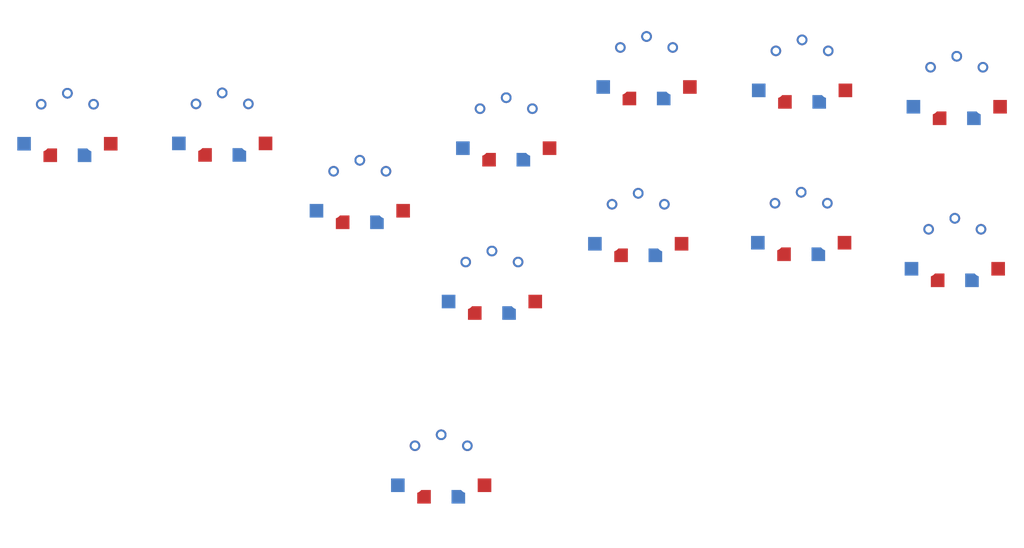
<source format=kicad_pcb>
(kicad_pcb (version 20211014) (generator pcbnew)
  (layers (0 "F.Cu" signal) (31 "B.Cu" signal) (34 "B.Paste" user) (35 "F.Paste" user) (36 "B.SilkS" user "B.Silkscreen") (37 "F.SilkS" user "F.Silkscreen") (38 "B.Mask" user) (39 "F.Mask" user) (44 "Edge.Cuts" user))
  (net 0 "")
  (footprint "PG1350" (layer "F.Cu") (at 75.09 70.176051)
    (fp_text reference "S33" hide)
    (fp_text value "" hide)
    (pad "" np_thru_hole circle (at 5.5 0 30) (size 1.7018 1.7018) (drill 1.7018) (layers *.Cu *.Mask))
    (pad "" np_thru_hole circle (at -5.5 0 30) (size 1.7018 1.7018) (drill 1.7018) (layers *.Cu *.Mask))
    (pad "" np_thru_hole circle (at 0 0 30) (size 3.429 3.429) (drill 3.429) (layers *.Cu *.Mask))
    (pad "1" thru_hole circle (at -5 -3.8 30) (size 2.032 2.032) (drill 1.27) (layers *.Cu *.Mask))
    (pad "1" thru_hole circle (at 5 -3.8 30) (size 2.032 2.032) (drill 1.27) (layers *.Cu *.Mask))
    (pad "2" thru_hole circle (at 0 -5.9 30) (size 2.032 2.032) (drill 1.27) (layers *.Cu *.Mask))
    (pad "2" thru_hole circle (at 0 -5.9 30) (size 2.032 2.032) (drill 1.27) (layers *.Cu *.Mask))
  )
  (footprint "PG1350" (layer "F.Cu") (at 215.37 63.17 180)
    (fp_text reference "S34" hide)
    (fp_text value "" hide)
    (pad "" np_thru_hole circle (at -5 -3.75 30) (size 3 3) (drill 3) (layers *.Cu *.Mask))
    (pad "" np_thru_hole circle (at 0 -5.95 30) (size 3 3) (drill 3) (layers *.Cu *.Mask))
    (pad "" np_thru_hole circle (at 5.5 0 30) (size 1.7018 1.7018) (drill 1.7018) (layers *.Cu *.Mask))
    (pad "" np_thru_hole circle (at 0 -5.95 30) (size 3 3) (drill 3) (layers *.Cu *.Mask))
    (pad "" np_thru_hole circle (at 5 -3.75 30) (size 3 3) (drill 3) (layers *.Cu *.Mask))
    (pad "" np_thru_hole circle (at -5.5 0 30) (size 1.7018 1.7018) (drill 1.7018) (layers *.Cu *.Mask))
    (pad "" np_thru_hole circle (at 0 0 30) (size 3.429 3.429) (drill 3.429) (layers *.Cu *.Mask))
    (pad "1" smd rect (at -3.275 -5.95 180) (size 2.6 2.6) (layers "B.Cu" "B.Paste" "B.Mask"))
    (pad "1" smd rect (at 3.275 -5.95 180) (size 2.6 2.6) (layers "F.Cu" "F.Paste" "F.Mask"))
    (pad "2" smd rect (at 8.275 -3.75 180) (size 2.6 2.6) (layers "B.Cu" "B.Paste" "B.Mask"))
    (pad "2" smd rect (at -8.275 -3.75 180) (size 2.6 2.6) (layers "F.Cu" "F.Paste" "F.Mask"))
  )
  (footprint "PG1350" (layer "F.Cu") (at 156.13 59.39 180)
    (fp_text reference "S34" hide)
    (fp_text value "" hide)
    (pad "" np_thru_hole circle (at -5 -3.75 30) (size 3 3) (drill 3) (layers *.Cu *.Mask))
    (pad "" np_thru_hole circle (at 0 -5.95 30) (size 3 3) (drill 3) (layers *.Cu *.Mask))
    (pad "" np_thru_hole circle (at 5.5 0 30) (size 1.7018 1.7018) (drill 1.7018) (layers *.Cu *.Mask))
    (pad "" np_thru_hole circle (at 0 -5.95 30) (size 3 3) (drill 3) (layers *.Cu *.Mask))
    (pad "" np_thru_hole circle (at 5 -3.75 30) (size 3 3) (drill 3) (layers *.Cu *.Mask))
    (pad "" np_thru_hole circle (at -5.5 0 30) (size 1.7018 1.7018) (drill 1.7018) (layers *.Cu *.Mask))
    (pad "" np_thru_hole circle (at 0 0 30) (size 3.429 3.429) (drill 3.429) (layers *.Cu *.Mask))
    (pad "1" smd rect (at -3.275 -5.95 180) (size 2.6 2.6) (layers "B.Cu" "B.Paste" "B.Mask"))
    (pad "1" smd rect (at 3.275 -5.95 180) (size 2.6 2.6) (layers "F.Cu" "F.Paste" "F.Mask"))
    (pad "2" smd rect (at 8.275 -3.75 180) (size 2.6 2.6) (layers "B.Cu" "B.Paste" "B.Mask"))
    (pad "2" smd rect (at -8.275 -3.75 180) (size 2.6 2.6) (layers "F.Cu" "F.Paste" "F.Mask"))
  )
  (footprint "PG1350" (layer "F.Cu") (at 101.37 83.05 180)
    (fp_text reference "S34" hide)
    (fp_text value "" hide)
    (pad "" np_thru_hole circle (at -5 -3.75 30) (size 3 3) (drill 3) (layers *.Cu *.Mask))
    (pad "" np_thru_hole circle (at 0 -5.95 30) (size 3 3) (drill 3) (layers *.Cu *.Mask))
    (pad "" np_thru_hole circle (at 5.5 0 30) (size 1.7018 1.7018) (drill 1.7018) (layers *.Cu *.Mask))
    (pad "" np_thru_hole circle (at 0 -5.95 30) (size 3 3) (drill 3) (layers *.Cu *.Mask))
    (pad "" np_thru_hole circle (at 5 -3.75 30) (size 3 3) (drill 3) (layers *.Cu *.Mask))
    (pad "" np_thru_hole circle (at -5.5 0 30) (size 1.7018 1.7018) (drill 1.7018) (layers *.Cu *.Mask))
    (pad "" np_thru_hole circle (at 0 0 30) (size 3.429 3.429) (drill 3.429) (layers *.Cu *.Mask))
    (pad "1" smd rect (at -3.275 -5.95 180) (size 2.6 2.6) (layers "B.Cu" "B.Paste" "B.Mask"))
    (pad "1" smd rect (at 3.275 -5.95 180) (size 2.6 2.6) (layers "F.Cu" "F.Paste" "F.Mask"))
    (pad "2" smd rect (at 8.275 -3.75 180) (size 2.6 2.6) (layers "B.Cu" "B.Paste" "B.Mask"))
    (pad "2" smd rect (at -8.275 -3.75 180) (size 2.6 2.6) (layers "F.Cu" "F.Paste" "F.Mask"))
  )
  (footprint "PG1350" (layer "F.Cu") (at 154.54 89.36 180)
    (fp_text reference "S34" hide)
    (fp_text value "" hide)
    (pad "" np_thru_hole circle (at -5 -3.75 30) (size 3 3) (drill 3) (layers *.Cu *.Mask))
    (pad "" np_thru_hole circle (at 0 -5.95 30) (size 3 3) (drill 3) (layers *.Cu *.Mask))
    (pad "" np_thru_hole circle (at 5.5 0 30) (size 1.7018 1.7018) (drill 1.7018) (layers *.Cu *.Mask))
    (pad "" np_thru_hole circle (at 0 -5.95 30) (size 3 3) (drill 3) (layers *.Cu *.Mask))
    (pad "" np_thru_hole circle (at 5 -3.75 30) (size 3 3) (drill 3) (layers *.Cu *.Mask))
    (pad "" np_thru_hole circle (at -5.5 0 30) (size 1.7018 1.7018) (drill 1.7018) (layers *.Cu *.Mask))
    (pad "" np_thru_hole circle (at 0 0 30) (size 3.429 3.429) (drill 3.429) (layers *.Cu *.Mask))
    (pad "1" smd rect (at -3.275 -5.95 180) (size 2.6 2.6) (layers "B.Cu" "B.Paste" "B.Mask"))
    (pad "1" smd rect (at 3.275 -5.95 180) (size 2.6 2.6) (layers "F.Cu" "F.Paste" "F.Mask"))
    (pad "2" smd rect (at 8.275 -3.75 180) (size 2.6 2.6) (layers "B.Cu" "B.Paste" "B.Mask"))
    (pad "2" smd rect (at -8.275 -3.75 180) (size 2.6 2.6) (layers "F.Cu" "F.Paste" "F.Mask"))
  )
  (footprint "PG1350" (layer "F.Cu") (at 215 94.14)
    (fp_text reference "S33" hide)
    (fp_text value "" hide)
    (pad "" np_thru_hole circle (at 5.5 0 30) (size 1.7018 1.7018) (drill 1.7018) (layers *.Cu *.Mask))
    (pad "" np_thru_hole circle (at -5.5 0 30) (size 1.7018 1.7018) (drill 1.7018) (layers *.Cu *.Mask))
    (pad "" np_thru_hole circle (at 0 0 30) (size 3.429 3.429) (drill 3.429) (layers *.Cu *.Mask))
    (pad "1" thru_hole circle (at -5 -3.8 30) (size 2.032 2.032) (drill 1.27) (layers *.Cu *.Mask))
    (pad "1" thru_hole circle (at 5 -3.8 30) (size 2.032 2.032) (drill 1.27) (layers *.Cu *.Mask))
    (pad "2" thru_hole circle (at 0 -5.9 30) (size 2.032 2.032) (drill 1.27) (layers *.Cu *.Mask))
    (pad "2" thru_hole circle (at 0 -5.9 30) (size 2.032 2.032) (drill 1.27) (layers *.Cu *.Mask))
  )
  (footprint "PG1350" (layer "F.Cu") (at 116.91 135.52)
    (fp_text reference "S33" hide)
    (fp_text value "" hide)
    (pad "" np_thru_hole circle (at 5.5 0 30) (size 1.7018 1.7018) (drill 1.7018) (layers *.Cu *.Mask))
    (pad "" np_thru_hole circle (at -5.5 0 30) (size 1.7018 1.7018) (drill 1.7018) (layers *.Cu *.Mask))
    (pad "" np_thru_hole circle (at 0 0 30) (size 3.429 3.429) (drill 3.429) (layers *.Cu *.Mask))
    (pad "1" thru_hole circle (at -5 -3.8 30) (size 2.032 2.032) (drill 1.27) (layers *.Cu *.Mask))
    (pad "1" thru_hole circle (at 5 -3.8 30) (size 2.032 2.032) (drill 1.27) (layers *.Cu *.Mask))
    (pad "2" thru_hole circle (at 0 -5.9 30) (size 2.032 2.032) (drill 1.27) (layers *.Cu *.Mask))
    (pad "2" thru_hole circle (at 0 -5.9 30) (size 2.032 2.032) (drill 1.27) (layers *.Cu *.Mask))
  )
  (footprint "PG1350" (layer "F.Cu") (at 126.6 100.4)
    (fp_text reference "S33" hide)
    (fp_text value "" hide)
    (pad "" np_thru_hole circle (at 5.5 0 30) (size 1.7018 1.7018) (drill 1.7018) (layers *.Cu *.Mask))
    (pad "" np_thru_hole circle (at -5.5 0 30) (size 1.7018 1.7018) (drill 1.7018) (layers *.Cu *.Mask))
    (pad "" np_thru_hole circle (at 0 0 30) (size 3.429 3.429) (drill 3.429) (layers *.Cu *.Mask))
    (pad "1" thru_hole circle (at -5 -3.8 30) (size 2.032 2.032) (drill 1.27) (layers *.Cu *.Mask))
    (pad "1" thru_hole circle (at 5 -3.8 30) (size 2.032 2.032) (drill 1.27) (layers *.Cu *.Mask))
    (pad "2" thru_hole circle (at 0 -5.9 30) (size 2.032 2.032) (drill 1.27) (layers *.Cu *.Mask))
    (pad "2" thru_hole circle (at 0 -5.9 30) (size 2.032 2.032) (drill 1.27) (layers *.Cu *.Mask))
  )
  (footprint "PG1350" (layer "F.Cu") (at 45.53 70.24 180)
    (fp_text reference "S34" hide)
    (fp_text value "" hide)
    (pad "" np_thru_hole circle (at -5 -3.75 30) (size 3 3) (drill 3) (layers *.Cu *.Mask))
    (pad "" np_thru_hole circle (at 0 -5.95 30) (size 3 3) (drill 3) (layers *.Cu *.Mask))
    (pad "" np_thru_hole circle (at 5.5 0 30) (size 1.7018 1.7018) (drill 1.7018) (layers *.Cu *.Mask))
    (pad "" np_thru_hole circle (at 0 -5.95 30) (size 3 3) (drill 3) (layers *.Cu *.Mask))
    (pad "" np_thru_hole circle (at 5 -3.75 30) (size 3 3) (drill 3) (layers *.Cu *.Mask))
    (pad "" np_thru_hole circle (at -5.5 0 30) (size 1.7018 1.7018) (drill 1.7018) (layers *.Cu *.Mask))
    (pad "" np_thru_hole circle (at 0 0 30) (size 3.429 3.429) (drill 3.429) (layers *.Cu *.Mask))
    (pad "1" smd rect (at -3.275 -5.95 180) (size 2.6 2.6) (layers "B.Cu" "B.Paste" "B.Mask"))
    (pad "1" smd rect (at 3.275 -5.95 180) (size 2.6 2.6) (layers "F.Cu" "F.Paste" "F.Mask"))
    (pad "2" smd rect (at 8.275 -3.75 180) (size 2.6 2.6) (layers "B.Cu" "B.Paste" "B.Mask"))
    (pad "2" smd rect (at -8.275 -3.75 180) (size 2.6 2.6) (layers "F.Cu" "F.Paste" "F.Mask"))
  )
  (footprint "PG1350" (layer "F.Cu") (at 215.37 63.17)
    (fp_text reference "S33" hide)
    (fp_text value "" hide)
    (pad "" np_thru_hole circle (at 5.5 0 30) (size 1.7018 1.7018) (drill 1.7018) (layers *.Cu *.Mask))
    (pad "" np_thru_hole circle (at -5.5 0 30) (size 1.7018 1.7018) (drill 1.7018) (layers *.Cu *.Mask))
    (pad "" np_thru_hole circle (at 0 0 30) (size 3.429 3.429) (drill 3.429) (layers *.Cu *.Mask))
    (pad "1" thru_hole circle (at -5 -3.8 30) (size 2.032 2.032) (drill 1.27) (layers *.Cu *.Mask))
    (pad "1" thru_hole circle (at 5 -3.8 30) (size 2.032 2.032) (drill 1.27) (layers *.Cu *.Mask))
    (pad "2" thru_hole circle (at 0 -5.9 30) (size 2.032 2.032) (drill 1.27) (layers *.Cu *.Mask))
    (pad "2" thru_hole circle (at 0 -5.9 30) (size 2.032 2.032) (drill 1.27) (layers *.Cu *.Mask))
  )
  (footprint "PG1350" (layer "F.Cu") (at 185.83 60.04 180)
    (fp_text reference "S34" hide)
    (fp_text value "" hide)
    (pad "" np_thru_hole circle (at -5 -3.75 30) (size 3 3) (drill 3) (layers *.Cu *.Mask))
    (pad "" np_thru_hole circle (at 0 -5.95 30) (size 3 3) (drill 3) (layers *.Cu *.Mask))
    (pad "" np_thru_hole circle (at 5.5 0 30) (size 1.7018 1.7018) (drill 1.7018) (layers *.Cu *.Mask))
    (pad "" np_thru_hole circle (at 0 -5.95 30) (size 3 3) (drill 3) (layers *.Cu *.Mask))
    (pad "" np_thru_hole circle (at 5 -3.75 30) (size 3 3) (drill 3) (layers *.Cu *.Mask))
    (pad "" np_thru_hole circle (at -5.5 0 30) (size 1.7018 1.7018) (drill 1.7018) (layers *.Cu *.Mask))
    (pad "" np_thru_hole circle (at 0 0 30) (size 3.429 3.429) (drill 3.429) (layers *.Cu *.Mask))
    (pad "1" smd rect (at -3.275 -5.95 180) (size 2.6 2.6) (layers "B.Cu" "B.Paste" "B.Mask"))
    (pad "1" smd rect (at 3.275 -5.95 180) (size 2.6 2.6) (layers "F.Cu" "F.Paste" "F.Mask"))
    (pad "2" smd rect (at 8.275 -3.75 180) (size 2.6 2.6) (layers "B.Cu" "B.Paste" "B.Mask"))
    (pad "2" smd rect (at -8.275 -3.75 180) (size 2.6 2.6) (layers "F.Cu" "F.Paste" "F.Mask"))
  )
  (footprint "PG1350" (layer "F.Cu") (at 156.13 59.39)
    (fp_text reference "S33" hide)
    (fp_text value "" hide)
    (pad "" np_thru_hole circle (at 5.5 0 30) (size 1.7018 1.7018) (drill 1.7018) (layers *.Cu *.Mask))
    (pad "" np_thru_hole circle (at -5.5 0 30) (size 1.7018 1.7018) (drill 1.7018) (layers *.Cu *.Mask))
    (pad "" np_thru_hole circle (at 0 0 30) (size 3.429 3.429) (drill 3.429) (layers *.Cu *.Mask))
    (pad "1" thru_hole circle (at -5 -3.8 30) (size 2.032 2.032) (drill 1.27) (layers *.Cu *.Mask))
    (pad "1" thru_hole circle (at 5 -3.8 30) (size 2.032 2.032) (drill 1.27) (layers *.Cu *.Mask))
    (pad "2" thru_hole circle (at 0 -5.9 30) (size 2.032 2.032) (drill 1.27) (layers *.Cu *.Mask))
    (pad "2" thru_hole circle (at 0 -5.9 30) (size 2.032 2.032) (drill 1.27) (layers *.Cu *.Mask))
  )
  (footprint "PG1350" (layer "F.Cu") (at 129.33 71.09 180)
    (fp_text reference "S34" hide)
    (fp_text value "" hide)
    (pad "" np_thru_hole circle (at -5 -3.75 30) (size 3 3) (drill 3) (layers *.Cu *.Mask))
    (pad "" np_thru_hole circle (at 0 -5.95 30) (size 3 3) (drill 3) (layers *.Cu *.Mask))
    (pad "" np_thru_hole circle (at 5.5 0 30) (size 1.7018 1.7018) (drill 1.7018) (layers *.Cu *.Mask))
    (pad "" np_thru_hole circle (at 0 -5.95 30) (size 3 3) (drill 3) (layers *.Cu *.Mask))
    (pad "" np_thru_hole circle (at 5 -3.75 30) (size 3 3) (drill 3) (layers *.Cu *.Mask))
    (pad "" np_thru_hole circle (at -5.5 0 30) (size 1.7018 1.7018) (drill 1.7018) (layers *.Cu *.Mask))
    (pad "" np_thru_hole circle (at 0 0 30) (size 3.429 3.429) (drill 3.429) (layers *.Cu *.Mask))
    (pad "1" smd rect (at -3.275 -5.95 180) (size 2.6 2.6) (layers "B.Cu" "B.Paste" "B.Mask"))
    (pad "1" smd rect (at 3.275 -5.95 180) (size 2.6 2.6) (layers "F.Cu" "F.Paste" "F.Mask"))
    (pad "2" smd rect (at 8.275 -3.75 180) (size 2.6 2.6) (layers "B.Cu" "B.Paste" "B.Mask"))
    (pad "2" smd rect (at -8.275 -3.75 180) (size 2.6 2.6) (layers "F.Cu" "F.Paste" "F.Mask"))
  )
  (footprint "PG1350" (layer "F.Cu") (at 126.6 100.4 180)
    (fp_text reference "S34" hide)
    (fp_text value "" hide)
    (pad "" np_thru_hole circle (at -5 -3.75 30) (size 3 3) (drill 3) (layers *.Cu *.Mask))
    (pad "" np_thru_hole circle (at 0 -5.95 30) (size 3 3) (drill 3) (layers *.Cu *.Mask))
    (pad "" np_thru_hole circle (at 5.5 0 30) (size 1.7018 1.7018) (drill 1.7018) (layers *.Cu *.Mask))
    (pad "" np_thru_hole circle (at 0 -5.95 30) (size 3 3) (drill 3) (layers *.Cu *.Mask))
    (pad "" np_thru_hole circle (at 5 -3.75 30) (size 3 3) (drill 3) (layers *.Cu *.Mask))
    (pad "" np_thru_hole circle (at -5.5 0 30) (size 1.7018 1.7018) (drill 1.7018) (layers *.Cu *.Mask))
    (pad "" np_thru_hole circle (at 0 0 30) (size 3.429 3.429) (drill 3.429) (layers *.Cu *.Mask))
    (pad "1" smd rect (at -3.275 -5.95 180) (size 2.6 2.6) (layers "B.Cu" "B.Paste" "B.Mask"))
    (pad "1" smd rect (at 3.275 -5.95 180) (size 2.6 2.6) (layers "F.Cu" "F.Paste" "F.Mask"))
    (pad "2" smd rect (at 8.275 -3.75 180) (size 2.6 2.6) (layers "B.Cu" "B.Paste" "B.Mask"))
    (pad "2" smd rect (at -8.275 -3.75 180) (size 2.6 2.6) (layers "F.Cu" "F.Paste" "F.Mask"))
  )
  (footprint "PG1350" (layer "F.Cu") (at 215 94.14 180)
    (fp_text reference "S34" hide)
    (fp_text value "" hide)
    (pad "" np_thru_hole circle (at -5 -3.75 30) (size 3 3) (drill 3) (layers *.Cu *.Mask))
    (pad "" np_thru_hole circle (at 0 -5.95 30) (size 3 3) (drill 3) (layers *.Cu *.Mask))
    (pad "" np_thru_hole circle (at 5.5 0 30) (size 1.7018 1.7018) (drill 1.7018) (layers *.Cu *.Mask))
    (pad "" np_thru_hole circle (at 0 -5.95 30) (size 3 3) (drill 3) (layers *.Cu *.Mask))
    (pad "" np_thru_hole circle (at 5 -3.75 30) (size 3 3) (drill 3) (layers *.Cu *.Mask))
    (pad "" np_thru_hole circle (at -5.5 0 30) (size 1.7018 1.7018) (drill 1.7018) (layers *.Cu *.Mask))
    (pad "" np_thru_hole circle (at 0 0 30) (size 3.429 3.429) (drill 3.429) (layers *.Cu *.Mask))
    (pad "1" smd rect (at -3.275 -5.95 180) (size 2.6 2.6) (layers "B.Cu" "B.Paste" "B.Mask"))
    (pad "1" smd rect (at 3.275 -5.95 180) (size 2.6 2.6) (layers "F.Cu" "F.Paste" "F.Mask"))
    (pad "2" smd rect (at 8.275 -3.75 180) (size 2.6 2.6) (layers "B.Cu" "B.Paste" "B.Mask"))
    (pad "2" smd rect (at -8.275 -3.75 180) (size 2.6 2.6) (layers "F.Cu" "F.Paste" "F.Mask"))
  )
  (footprint "PG1350" (layer "F.Cu") (at 154.54 89.36)
    (fp_text reference "S33" hide)
    (fp_text value "" hide)
    (pad "" np_thru_hole circle (at 5.5 0 30) (size 1.7018 1.7018) (drill 1.7018) (layers *.Cu *.Mask))
    (pad "" np_thru_hole circle (at -5.5 0 30) (size 1.7018 1.7018) (drill 1.7018) (layers *.Cu *.Mask))
    (pad "" np_thru_hole circle (at 0 0 30) (size 3.429 3.429) (drill 3.429) (layers *.Cu *.Mask))
    (pad "1" thru_hole circle (at -5 -3.8 30) (size 2.032 2.032) (drill 1.27) (layers *.Cu *.Mask))
    (pad "1" thru_hole circle (at 5 -3.8 30) (size 2.032 2.032) (drill 1.27) (layers *.Cu *.Mask))
    (pad "2" thru_hole circle (at 0 -5.9 30) (size 2.032 2.032) (drill 1.27) (layers *.Cu *.Mask))
    (pad "2" thru_hole circle (at 0 -5.9 30) (size 2.032 2.032) (drill 1.27) (layers *.Cu *.Mask))
  )
  (footprint "PG1350" (layer "F.Cu") (at 129.33 71.09)
    (fp_text reference "S33" hide)
    (fp_text value "" hide)
    (pad "" np_thru_hole circle (at 5.5 0 30) (size 1.7018 1.7018) (drill 1.7018) (layers *.Cu *.Mask))
    (pad "" np_thru_hole circle (at -5.5 0 30) (size 1.7018 1.7018) (drill 1.7018) (layers *.Cu *.Mask))
    (pad "" np_thru_hole circle (at 0 0 30) (size 3.429 3.429) (drill 3.429) (layers *.Cu *.Mask))
    (pad "1" thru_hole circle (at -5 -3.8 30) (size 2.032 2.032) (drill 1.27) (layers *.Cu *.Mask))
    (pad "1" thru_hole circle (at 5 -3.8 30) (size 2.032 2.032) (drill 1.27) (layers *.Cu *.Mask))
    (pad "2" thru_hole circle (at 0 -5.9 30) (size 2.032 2.032) (drill 1.27) (layers *.Cu *.Mask))
    (pad "2" thru_hole circle (at 0 -5.9 30) (size 2.032 2.032) (drill 1.27) (layers *.Cu *.Mask))
  )
  (footprint "PG1350" (layer "F.Cu") (at 185.66 89.16)
    (fp_text reference "S33" hide)
    (fp_text value "" hide)
    (pad "" np_thru_hole circle (at 5.5 0 30) (size 1.7018 1.7018) (drill 1.7018) (layers *.Cu *.Mask))
    (pad "" np_thru_hole circle (at -5.5 0 30) (size 1.7018 1.7018) (drill 1.7018) (layers *.Cu *.Mask))
    (pad "" np_thru_hole circle (at 0 0 30) (size 3.429 3.429) (drill 3.429) (layers *.Cu *.Mask))
    (pad "1" thru_hole circle (at -5 -3.8 30) (size 2.032 2.032) (drill 1.27) (layers *.Cu *.Mask))
    (pad "1" thru_hole circle (at 5 -3.8 30) (size 2.032 2.032) (drill 1.27) (layers *.Cu *.Mask))
    (pad "2" thru_hole circle (at 0 -5.9 30) (size 2.032 2.032) (drill 1.27) (layers *.Cu *.Mask))
    (pad "2" thru_hole circle (at 0 -5.9 30) (size 2.032 2.032) (drill 1.27) (layers *.Cu *.Mask))
  )
  (footprint "PG1350" (layer "F.Cu") (at 75.09 70.176051 180)
    (fp_text reference "S34" hide)
    (fp_text value "" hide)
    (pad "" np_thru_hole circle (at -5 -3.75 30) (size 3 3) (drill 3) (layers *.Cu *.Mask))
    (pad "" np_thru_hole circle (at 0 -5.95 30) (size 3 3) (drill 3) (layers *.Cu *.Mask))
    (pad "" np_thru_hole circle (at 5.5 0 30) (size 1.7018 1.7018) (drill 1.7018) (layers *.Cu *.Mask))
    (pad "" np_thru_hole circle (at 0 -5.95 30) (size 3 3) (drill 3) (layers *.Cu *.Mask))
    (pad "" np_thru_hole circle (at 5 -3.75 30) (size 3 3) (drill 3) (layers *.Cu *.Mask))
    (pad "" np_thru_hole circle (at -5.5 0 30) (size 1.7018 1.7018) (drill 1.7018) (layers *.Cu *.Mask))
    (pad "" np_thru_hole circle (at 0 0 30) (size 3.429 3.429) (drill 3.429) (layers *.Cu *.Mask))
    (pad "1" smd rect (at -3.275 -5.95 180) (size 2.6 2.6) (layers "B.Cu" "B.Paste" "B.Mask"))
    (pad "1" smd rect (at 3.275 -5.95 180) (size 2.6 2.6) (layers "F.Cu" "F.Paste" "F.Mask"))
    (pad "2" smd rect (at 8.275 -3.75 180) (size 2.6 2.6) (layers "B.Cu" "B.Paste" "B.Mask"))
    (pad "2" smd rect (at -8.275 -3.75 180) (size 2.6 2.6) (layers "F.Cu" "F.Paste" "F.Mask"))
  )
  (footprint "PG1350" (layer "F.Cu") (at 116.91 135.52 180)
    (fp_text reference "S34" hide)
    (fp_text value "" hide)
    (pad "" np_thru_hole circle (at -5 -3.75 30) (size 3 3) (drill 3) (layers *.Cu *.Mask))
    (pad "" np_thru_hole circle (at 0 -5.95 30) (size 3 3) (drill 3) (layers *.Cu *.Mask))
    (pad "" np_thru_hole circle (at 5.5 0 30) (size 1.7018 1.7018) (drill 1.7018) (layers *.Cu *.Mask))
    (pad "" np_thru_hole circle (at 0 -5.95 30) (size 3 3) (drill 3) (layers *.Cu *.Mask))
    (pad "" np_thru_hole circle (at 5 -3.75 30) (size 3 3) (drill 3) (layers *.Cu *.Mask))
    (pad "" np_thru_hole circle (at -5.5 0 30) (size 1.7018 1.7018) (drill 1.7018) (layers *.Cu *.Mask))
    (pad "" np_thru_hole circle (at 0 0 30) (size 3.429 3.429) (drill 3.429) (layers *.Cu *.Mask))
    (pad "1" smd rect (at -3.275 -5.95 180) (size 2.6 2.6) (layers "B.Cu" "B.Paste" "B.Mask"))
    (pad "1" smd rect (at 3.275 -5.95 180) (size 2.6 2.6) (layers "F.Cu" "F.Paste" "F.Mask"))
    (pad "2" smd rect (at 8.275 -3.75 180) (size 2.6 2.6) (layers "B.Cu" "B.Paste" "B.Mask"))
    (pad "2" smd rect (at -8.275 -3.75 180) (size 2.6 2.6) (layers "F.Cu" "F.Paste" "F.Mask"))
  )
  (footprint "PG1350" (layer "F.Cu") (at 101.37 83.05)
    (fp_text reference "S33" hide)
    (fp_text value "" hide)
    (pad "" np_thru_hole circle (at 5.5 0 30) (size 1.7018 1.7018) (drill 1.7018) (layers *.Cu *.Mask))
    (pad "" np_thru_hole circle (at -5.5 0 30) (size 1.7018 1.7018) (drill 1.7018) (layers *.Cu *.Mask))
    (pad "" np_thru_hole circle (at 0 0 30) (size 3.429 3.429) (drill 3.429) (layers *.Cu *.Mask))
    (pad "1" thru_hole circle (at -5 -3.8 30) (size 2.032 2.032) (drill 1.27) (layers *.Cu *.Mask))
    (pad "1" thru_hole circle (at 5 -3.8 30) (size 2.032 2.032) (drill 1.27) (layers *.Cu *.Mask))
    (pad "2" thru_hole circle (at 0 -5.9 30) (size 2.032 2.032) (drill 1.27) (layers *.Cu *.Mask))
    (pad "2" thru_hole circle (at 0 -5.9 30) (size 2.032 2.032) (drill 1.27) (layers *.Cu *.Mask))
  )
  (footprint "PG1350" (layer "F.Cu") (at 45.53 70.24)
    (fp_text reference "S33" hide)
    (fp_text value "" hide)
    (pad "" np_thru_hole circle (at 5.5 0 30) (size 1.7018 1.7018) (drill 1.7018) (layers *.Cu *.Mask))
    (pad "" np_thru_hole circle (at -5.5 0 30) (size 1.7018 1.7018) (drill 1.7018) (layers *.Cu *.Mask))
    (pad "" np_thru_hole circle (at 0 0 30) (size 3.429 3.429) (drill 3.429) (layers *.Cu *.Mask))
    (pad "1" thru_hole circle (at -5 -3.8 30) (size 2.032 2.032) (drill 1.27) (layers *.Cu *.Mask))
    (pad "1" thru_hole circle (at 5 -3.8 30) (size 2.032 2.032) (drill 1.27) (layers *.Cu *.Mask))
    (pad "2" thru_hole circle (at 0 -5.9 30) (size 2.032 2.032) (drill 1.27) (layers *.Cu *.Mask))
    (pad "2" thru_hole circle (at 0 -5.9 30) (size 2.032 2.032) (drill 1.27) (layers *.Cu *.Mask))
  )
  (footprint "PG1350" (layer "F.Cu") (at 185.66 89.16 180)
    (fp_text reference "S34" hide)
    (fp_text value "" hide)
    (pad "" np_thru_hole circle (at -5 -3.75 30) (size 3 3) (drill 3) (layers *.Cu *.Mask))
    (pad "" np_thru_hole circle (at 0 -5.95 30) (size 3 3) (drill 3) (layers *.Cu *.Mask))
    (pad "" np_thru_hole circle (at 5.5 0 30) (size 1.7018 1.7018) (drill 1.7018) (layers *.Cu *.Mask))
    (pad "" np_thru_hole circle (at 0 -5.95 30) (size 3 3) (drill 3) (layers *.Cu *.Mask))
    (pad "" np_thru_hole circle (at 5 -3.75 30) (size 3 3) (drill 3) (layers *.Cu *.Mask))
    (pad "" np_thru_hole circle (at -5.5 0 30) (size 1.7018 1.7018) (drill 1.7018) (layers *.Cu *.Mask))
    (pad "" np_thru_hole circle (at 0 0 30) (size 3.429 3.429) (drill 3.429) (layers *.Cu *.Mask))
    (pad "1" smd rect (at -3.275 -5.95 180) (size 2.6 2.6) (layers "B.Cu" "B.Paste" "B.Mask"))
    (pad "1" smd rect (at 3.275 -5.95 180) (size 2.6 2.6) (layers "F.Cu" "F.Paste" "F.Mask"))
    (pad "2" smd rect (at 8.275 -3.75 180) (size 2.6 2.6) (layers "B.Cu" "B.Paste" "B.Mask"))
    (pad "2" smd rect (at -8.275 -3.75 180) (size 2.6 2.6) (layers "F.Cu" "F.Paste" "F.Mask"))
  )
  (footprint "PG1350" (layer "F.Cu") (at 185.83 60.04)
    (fp_text reference "S33" hide)
    (fp_text value "" hide)
    (pad "" np_thru_hole circle (at 5.5 0 30) (size 1.7018 1.7018) (drill 1.7018) (layers *.Cu *.Mask))
    (pad "" np_thru_hole circle (at -5.5 0 30) (size 1.7018 1.7018) (drill 1.7018) (layers *.Cu *.Mask))
    (pad "" np_thru_hole circle (at 0 0 30) (size 3.429 3.429) (drill 3.429) (layers *.Cu *.Mask))
    (pad "1" thru_hole circle (at -5 -3.8 30) (size 2.032 2.032) (drill 1.27) (layers *.Cu *.Mask))
    (pad "1" thru_hole circle (at 5 -3.8 30) (size 2.032 2.032) (drill 1.27) (layers *.Cu *.Mask))
    (pad "2" thru_hole circle (at 0 -5.9 30) (size 2.032 2.032) (drill 1.27) (layers *.Cu *.Mask))
    (pad "2" thru_hole circle (at 0 -5.9 30) (size 2.032 2.032) (drill 1.27) (layers *.Cu *.Mask))
  )
)
</source>
